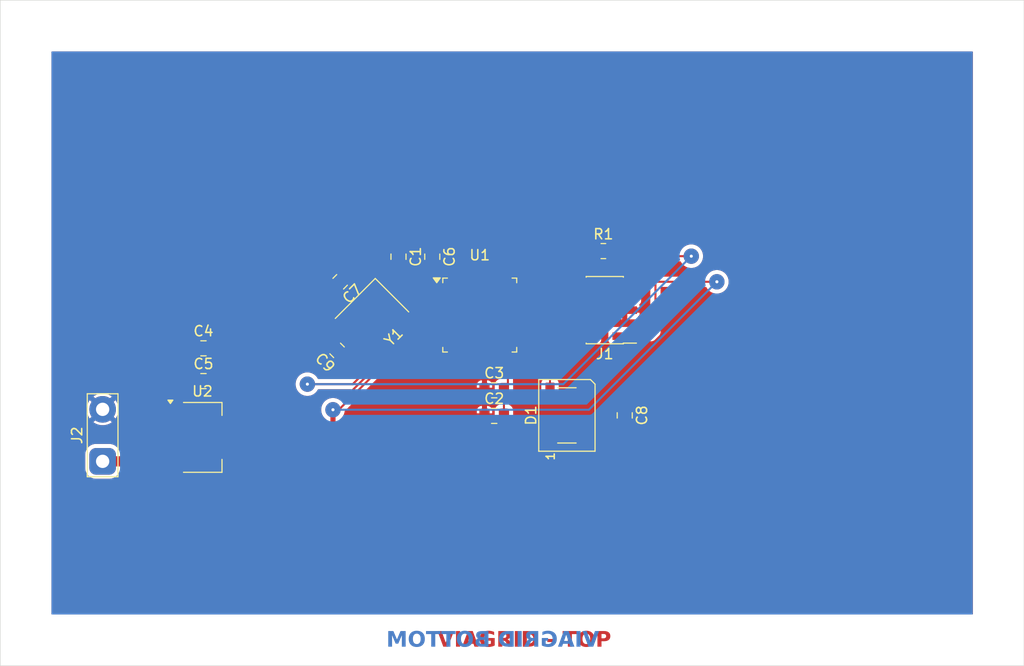
<source format=kicad_pcb>
(kicad_pcb (version 20241229) (generator "pcbnew") (generator_version "9.0")
  (layers (0 "F.Cu" signal) (2 "B.Cu" signal) (13 "F.Paste" user) (15 "B.Paste" user) (5 "F.SilkS" user "F.Silkscreen") (7 "B.SilkS" user "B.Silkscreen") (1 "F.Mask" user) (3 "B.Mask" user) (25 "Edge.Cuts" user))
  (net 0 "")
  (net 1 "GND")
  (net 2 "+3V3")
  (net 3 "OSC_IN")
  (net 4 "+5V")
  (net 5 "OSC_OUT")
  (net 6 "DATA")
  (net 8 "RESET")
  (net 10 "SWCLK")
  (net 11 "SWDIO")
  (net 12 "PEEL1")
  (net 14 "MOTOR_ENABLE")
  (net 16 "MCU_TX")
  (net 18 "~{RE}")
  (net 19 "SW2")
  (net 20 "BOOT0")
  (net 21 "DRIVE_QUAD_A")
  (net 26 "MCU_RX")
  (net 27 "PA1")
  (net 28 "PA0")
  (net 29 "PA3")
  (net 31 "LED_R")
  (net 34 "DRIVE1")
  (net 35 "DRIVE_QUAD_B")
  (net 36 "PEEL2")
  (net 37 "SW1")
  (net 39 "LED_G")
  (net 41 "DE")
  (net 44 "DRIVE2")
  (net 46 "LED_B")
  (footprint "Resistor_SMD:R_0805_2012Metric" (layer "F.Cu") (at 58.9125 -40.5)
    (property "Reference" "R1" (at 0 -1.65 0) (layer "F.SilkS"))
    (property "Value" "10K")
    (fp_line (start -0.227064 -0.735) (end 0.227064 -0.735) (stroke (width 0.12)) (layer "F.SilkS"))
    (fp_line (start -0.227064 0.735) (end 0.227064 0.735) (stroke (width 0.12)) (layer "F.SilkS"))
    (pad "1" smd roundrect (at -0.9125 0) (size 1.025 1.4) (layers "F.Cu" "F.Mask" "F.Paste") (roundrect_rratio 0.243902) (net 8 "RESET"))
    (pad "2" smd roundrect (at 0.9125 0) (size 1.025 1.4) (layers "F.Cu" "F.Mask" "F.Paste") (roundrect_rratio 0.243902) (net 2 "+3V3"))
  )
  (footprint "Connector_PinHeader_1.27mm:PinHeader_2x05_P1.27mm_Vertical_SMD" (layer "F.Cu") (at 59.05 -34.73 180)
    (property "Reference" "J1" (at 0 -4.285001 0) (layer "F.SilkS"))
    (property "Value" "SWD_10")
    (fp_line (start 1.815 3.22) (end 1.815 3.285) (stroke (width 0.12)) (layer "F.SilkS"))
    (fp_line (start 1.815 -3.285) (end 1.815 -3.22) (stroke (width 0.12)) (layer "F.SilkS"))
    (fp_line (start -1.815 3.285) (end 1.815 3.285) (stroke (width 0.12)) (layer "F.SilkS"))
    (fp_line (start -1.815 3.22) (end -1.815 3.285) (stroke (width 0.12)) (layer "F.SilkS"))
    (fp_line (start -1.815 -3.285) (end 1.815 -3.285) (stroke (width 0.12)) (layer "F.SilkS"))
    (fp_line (start -1.815 -3.285) (end -1.815 -3.22) (stroke (width 0.12)) (layer "F.SilkS"))
    (fp_line (start -3.09 -3.22) (end -1.815 -3.22) (stroke (width 0.12)) (layer "F.SilkS"))
    (pad "1" smd rect (at -1.95 -2.54 180) (size 2.4 0.74) (layers "F.Cu" "F.Mask" "F.Paste") (net 2 "+3V3"))
    (pad "2" smd rect (at 1.95 -2.54 180) (size 2.4 0.74) (layers "F.Cu" "F.Mask" "F.Paste") (net 11 "SWDIO"))
    (pad "3" smd rect (at -1.95 -1.27 180) (size 2.4 0.74) (layers "F.Cu" "F.Mask" "F.Paste") (net 1 "GND"))
    (pad "4" smd rect (at 1.95 -1.27 180) (size 2.4 0.74) (layers "F.Cu" "F.Mask" "F.Paste") (net 10 "SWCLK"))
    (pad "5" smd rect (at -1.95 0 180) (size 2.4 0.74) (layers "F.Cu" "F.Mask" "F.Paste") (net 1 "GND"))
    (pad "6" smd rect (at 1.95 0 180) (size 2.4 0.74) (layers "F.Cu" "F.Mask" "F.Paste") (net 1 "GND"))
    (pad "7" smd rect (at -1.95 1.27 180) (size 2.4 0.74) (layers "F.Cu" "F.Mask" "F.Paste"))
    (pad "8" smd rect (at 1.95 1.27 180) (size 2.4 0.74) (layers "F.Cu" "F.Mask" "F.Paste") (net 1 "GND"))
    (pad "9" smd rect (at -1.95 2.54 180) (size 2.4 0.74) (layers "F.Cu" "F.Mask" "F.Paste") (net 1 "GND"))
    (pad "10" smd rect (at 1.95 2.54 180) (size 2.4 0.74) (layers "F.Cu" "F.Mask" "F.Paste") (net 8 "RESET"))
  )
  (footprint "Capacitor_SMD:C_0805_2012Metric" (layer "F.Cu") (at 33.2 -37.5 -135)
    (property "Reference" "C7" (at 0 -1.679999 45) (layer "F.SilkS"))
    (property "Value" "15p")
    (fp_line (start -0.261253 0.735) (end 0.261253 0.735) (stroke (width 0.12)) (layer "F.SilkS"))
    (fp_line (start -0.261253 -0.735) (end 0.261253 -0.735) (stroke (width 0.12)) (layer "F.SilkS"))
    (pad "1" smd roundrect (at -0.949999 0 225) (size 1 1.45) (layers "F.Cu" "F.Mask" "F.Paste") (net 3 "OSC_IN"))
    (pad "2" smd roundrect (at 0.949999 0 225) (size 1 1.45) (layers "F.Cu" "F.Mask" "F.Paste") (net 1 "GND"))
  )
  (footprint "Capacitor_SMD:C_0805_2012Metric" (layer "F.Cu") (at 48.25 -26.9)
    (property "Reference" "C3" (at 0 -1.68 0) (layer "F.SilkS"))
    (property "Value" "100n")
    (fp_line (start -0.261252 -0.735) (end 0.261252 -0.735) (stroke (width 0.12)) (layer "F.SilkS"))
    (fp_line (start -0.261252 0.735) (end 0.261252 0.735) (stroke (width 0.12)) (layer "F.SilkS"))
    (pad "1" smd roundrect (at -0.95 0) (size 1 1.45) (layers "F.Cu" "F.Mask" "F.Paste") (net 1 "GND"))
    (pad "2" smd roundrect (at 0.95 0) (size 1 1.45) (layers "F.Cu" "F.Mask" "F.Paste") (net 2 "+3V3"))
  )
  (footprint "Capacitor_SMD:C_0805_2012Metric" (layer "F.Cu") (at 19.85 -27.8)
    (property "Reference" "C5" (at 0 -1.68 0) (layer "F.SilkS"))
    (property "Value" "4.7uF")
    (fp_line (start -0.261252 -0.735) (end 0.261252 -0.735) (stroke (width 0.12)) (layer "F.SilkS"))
    (fp_line (start -0.261252 0.735) (end 0.261252 0.735) (stroke (width 0.12)) (layer "F.SilkS"))
    (pad "1" smd roundrect (at -0.95 0) (size 1 1.45) (layers "F.Cu" "F.Mask" "F.Paste") (net 1 "GND"))
    (pad "2" smd roundrect (at 0.95 0) (size 1 1.45) (layers "F.Cu" "F.Mask" "F.Paste") (net 2 "+3V3"))
  )
  (footprint "Crystal:Crystal_SMD_3225-4Pin_3.2x2.5mm_HandSoldering" (layer "F.Cu") (at 36.312132 -34.238478 -135)
    (property "Reference" "Y1" (at 0 -3 45) (layer "F.SilkS"))
    (property "Value" "8MHz")
    (fp_line (start -2.76 2.31) (end 2.76 2.31) (stroke (width 0.12)) (layer "F.SilkS"))
    (fp_line (start -2.76 -2.31) (end -2.76 2.31) (stroke (width 0.12)) (layer "F.SilkS"))
    (pad "1" smd roundrect (at -1.45 1.15 225) (size 2.1 1.8) (layers "F.Cu" "F.Mask" "F.Paste") (roundrect_rratio 0.138889) (net 3 "OSC_IN"))
    (pad "2" smd roundrect (at 1.45 1.15 225) (size 2.1 1.8) (layers "F.Cu" "F.Mask" "F.Paste") (roundrect_rratio 0.138889) (net 1 "GND"))
    (pad "3" smd roundrect (at 1.45 -1.15 225) (size 2.1 1.8) (layers "F.Cu" "F.Mask" "F.Paste") (roundrect_rratio 0.138889) (net 5 "OSC_OUT"))
    (pad "4" smd roundrect (at -1.45 -1.15 225) (size 2.1 1.8) (layers "F.Cu" "F.Mask" "F.Paste") (roundrect_rratio 0.138889) (net 1 "GND"))
  )
  (footprint "Capacitor_SMD:C_0805_2012Metric" (layer "F.Cu") (at 42.2 -39.950001 -90)
    (property "Reference" "C6" (at 0 -1.679999 90) (layer "F.SilkS"))
    (property "Value" "4.7uF")
    (fp_line (start -0.261253 0.735) (end 0.261253 0.735) (stroke (width 0.12)) (layer "F.SilkS"))
    (fp_line (start -0.261253 -0.735) (end 0.261253 -0.735) (stroke (width 0.12)) (layer "F.SilkS"))
    (pad "1" smd roundrect (at -0.949999 0 270) (size 1 1.45) (layers "F.Cu" "F.Mask" "F.Paste") (net 1 "GND"))
    (pad "2" smd roundrect (at 0.949999 0 270) (size 1 1.45) (layers "F.Cu" "F.Mask" "F.Paste") (net 2 "+3V3"))
  )
  (footprint "TestPoint:TestPoint_2Pads_Pitch5.08mm_Drill1.3mm" (layer "F.Cu") (at 10 -19.96 90)
    (property "Reference" "J2" (at 2.54 -2.5 90) (layer "F.SilkS"))
    (property "Value" "PWR")
    (fp_line (start -1.5 -1.5) (end 6.6 -1.5) (stroke (width 0.12)) (layer "F.SilkS"))
    (fp_line (start -1.5 -1.5) (end -1.5 1.5) (stroke (width 0.12)) (layer "F.SilkS"))
    (fp_line (start 6.6 1.5) (end 6.6 -1.5) (stroke (width 0.12)) (layer "F.SilkS"))
    (fp_line (start 6.6 1.5) (end -1.5 1.5) (stroke (width 0.12)) (layer "F.SilkS"))
    (pad "1" thru_hole roundrect (at 0 0 90) (size 2.6 2.6) (drill 1.3) (layers "*.Cu" "*.Mask") (net 4 "+5V"))
    (pad "2" thru_hole circle (at 5.079999 0 90) (size 2.6 2.6) (drill 1.3) (layers "*.Cu" "*.Mask") (net 1 "GND"))
  )
  (footprint "Capacitor_SMD:C_0805_2012Metric" (layer "F.Cu") (at 19.85 -31)
    (property "Reference" "C4" (at 0 -1.68 0) (layer "F.SilkS"))
    (property "Value" "100n")
    (fp_line (start -0.261252 -0.735) (end 0.261252 -0.735) (stroke (width 0.12)) (layer "F.SilkS"))
    (fp_line (start -0.261252 0.735) (end 0.261252 0.735) (stroke (width 0.12)) (layer "F.SilkS"))
    (pad "1" smd roundrect (at -0.95 0) (size 1 1.45) (layers "F.Cu" "F.Mask" "F.Paste") (net 1 "GND"))
    (pad "2" smd roundrect (at 0.95 0) (size 1 1.45) (layers "F.Cu" "F.Mask" "F.Paste") (net 2 "+3V3"))
  )
  (footprint "Capacitor_SMD:C_0805_2012Metric" (layer "F.Cu") (at 32.9 -30.8 135)
    (property "Reference" "C9" (at 0 -1.679999 135) (layer "F.SilkS"))
    (property "Value" "15p")
    (fp_line (start -0.261253 -0.735) (end 0.261253 -0.735) (stroke (width 0.12)) (layer "F.SilkS"))
    (fp_line (start -0.261253 0.735) (end 0.261253 0.735) (stroke (width 0.12)) (layer "F.SilkS"))
    (pad "1" smd roundrect (at -0.949999 0 135) (size 1 1.45) (layers "F.Cu" "F.Mask" "F.Paste") (net 5 "OSC_OUT"))
    (pad "2" smd roundrect (at 0.949999 0 135) (size 1 1.45) (layers "F.Cu" "F.Mask" "F.Paste") (net 1 "GND"))
  )
  (footprint "Capacitor_SMD:C_0805_2012Metric" (layer "F.Cu") (at 48.25 -24.4)
    (property "Reference" "C2" (at 0 -1.68 0) (layer "F.SilkS"))
    (property "Value" "100n")
    (fp_line (start -0.261252 -0.735) (end 0.261252 -0.735) (stroke (width 0.12)) (layer "F.SilkS"))
    (fp_line (start -0.261252 0.735) (end 0.261252 0.735) (stroke (width 0.12)) (layer "F.SilkS"))
    (pad "1" smd roundrect (at -0.95 0) (size 1 1.45) (layers "F.Cu" "F.Mask" "F.Paste") (net 1 "GND"))
    (pad "2" smd roundrect (at 0.95 0) (size 1 1.45) (layers "F.Cu" "F.Mask" "F.Paste") (net 2 "+3V3"))
  )
  (footprint "Capacitor_SMD:C_0805_2012Metric" (layer "F.Cu") (at 38.9 -39.950001 -90)
    (property "Reference" "C1" (at 0 -1.679999 90) (layer "F.SilkS"))
    (property "Value" "100n")
    (fp_line (start -0.261253 0.735) (end 0.261253 0.735) (stroke (width 0.12)) (layer "F.SilkS"))
    (fp_line (start -0.261253 -0.735) (end 0.261253 -0.735) (stroke (width 0.12)) (layer "F.SilkS"))
    (pad "1" smd roundrect (at -0.949999 0 270) (size 1 1.45) (layers "F.Cu" "F.Mask" "F.Paste") (net 1 "GND"))
    (pad "2" smd roundrect (at 0.949999 0 270) (size 1 1.45) (layers "F.Cu" "F.Mask" "F.Paste") (net 2 "+3V3"))
  )
  (footprint "Capacitor_SMD:C_0805_2012Metric" (layer "F.Cu") (at 61 -24.449999 -90)
    (property "Reference" "C8" (at 0 -1.679999 90) (layer "F.SilkS"))
    (property "Value" "4.7uF")
    (fp_line (start -0.261253 0.735) (end 0.261253 0.735) (stroke (width 0.12)) (layer "F.SilkS"))
    (fp_line (start -0.261253 -0.735) (end 0.261253 -0.735) (stroke (width 0.12)) (layer "F.SilkS"))
    (pad "1" smd roundrect (at -0.949999 0 270) (size 1 1.45) (layers "F.Cu" "F.Mask" "F.Paste") (net 1 "GND"))
    (pad "2" smd roundrect (at 0.949999 0 270) (size 1 1.45) (layers "F.Cu" "F.Mask" "F.Paste") (net 4 "+5V"))
  )
  (footprint "Package_TO_SOT_SMD:SOT-223-3_TabPin2" (layer "F.Cu") (at 19.75 -22.3)
    (property "Reference" "U2" (at 0 -4.5 0) (layer "F.SilkS"))
    (property "Value" "AZ1117-3.3")
    (fp_line (start -1.85 -3.41) (end 1.91 -3.41) (stroke (width 0.12)) (layer "F.SilkS"))
    (fp_line (start -1.85 3.41) (end 1.91 3.41) (stroke (width 0.12)) (layer "F.SilkS"))
    (fp_line (start 1.91 -3.41) (end 1.91 -2.15) (stroke (width 0.12)) (layer "F.SilkS"))
    (fp_line (start 1.91 3.41) (end 1.91 2.15) (stroke (width 0.12)) (layer "F.SilkS"))
    (fp_poly (pts (xy -3.13 -3.31) (xy -3.37 -3.64) (xy -2.89 -3.64) (xy -3.13 -3.31)) (stroke (width 0.12)) (fill yes) (layer "F.SilkS"))
    (pad "1" smd roundrect (at -3.15 -2.3) (size 2 1.5) (layers "F.Cu" "F.Mask" "F.Paste") (net 1 "GND"))
    (pad "2" smd roundrect (at -3.15 0) (size 2 1.5) (layers "F.Cu" "F.Mask" "F.Paste") (net 2 "+3V3"))
    (pad "2" smd roundrect (at 3.15 0) (size 2 3.8) (layers "F.Cu" "F.Mask" "F.Paste") (net 2 "+3V3"))
    (pad "3" smd roundrect (at -3.15 2.3) (size 2 1.5) (layers "F.Cu" "F.Mask" "F.Paste") (net 4 "+5V"))
  )
  (footprint "LED_SMD:LED_WS2812B_PLCC4_5.0x5.0mm_P3.2mm" (layer "F.Cu") (at 55.35 -24.45 90)
    (property "Reference" "D1" (at 0 -3.5 90) (layer "F.SilkS"))
    (property "Value" "WS2812B")
    (fp_line (start -3.5 -2.75) (end 3.5 -2.75) (stroke (width 0.12)) (layer "F.SilkS"))
    (fp_line (start -3.5 -2.75) (end -3.5 2.75) (stroke (width 0.12)) (layer "F.SilkS"))
    (fp_line (start 2.7 0.9) (end 2.7 -0.9) (stroke (width 0.12)) (layer "F.SilkS"))
    (fp_line (start -2.7 0.9) (end -2.7 -0.9) (stroke (width 0.12)) (layer "F.SilkS"))
    (fp_line (start 3.5 2.3) (end 3.5 -2.75) (stroke (width 0.12)) (layer "F.SilkS"))
    (fp_line (start 3.05 2.75) (end 3.5 2.3) (stroke (width 0.12)) (layer "F.SilkS"))
    (fp_line (start -3.5 2.75) (end 3.05 2.75) (stroke (width 0.12)) (layer "F.SilkS"))
    (fp_text user "1" (at -4 -1.6 90) (layer "F.SilkS") (effects (font (size 0.8 0.8))))
    (pad "1" smd roundrect (at -2.45 -1.65 90) (size 1.5 0.9) (layers "F.Cu" "F.Mask" "F.Paste") (roundrect_rratio 0.1) (net 4 "+5V"))
    (pad "2" smd roundrect (at -2.45 1.65 90) (size 1.5 0.9) (layers "F.Cu" "F.Mask" "F.Paste") (roundrect_rratio 0.1))
    (pad "3" smd roundrect (at 2.45 1.65 90) (size 1.5 0.9) (layers "F.Cu" "F.Mask" "F.Paste") (roundrect_rratio 0.1) (net 1 "GND"))
    (pad "4" smd roundrect (at 2.45 -1.65 90) (size 1.5 0.9) (layers "F.Cu" "F.Mask" "F.Paste") (roundrect_rratio 0.1) (net 6 "DATA"))
  )
  (footprint "Package_QFP:LQFP-48_7x7mm_P0.5mm" (layer "F.Cu") (at 46.8375 -34.25)
    (property "Reference" "U1" (at 0 -5.85 0) (layer "F.SilkS"))
    (property "Value" "STM32F031C6Tx")
    (fp_line (start -3.61 -3.61) (end -3.61 -3.16) (stroke (width 0.12)) (layer "F.SilkS"))
    (fp_line (start -3.61 3.61) (end -3.61 3.16) (stroke (width 0.12)) (layer "F.SilkS"))
    (fp_line (start -3.16 -3.61) (end -3.61 -3.61) (stroke (width 0.12)) (layer "F.SilkS"))
    (fp_line (start -3.16 3.61) (end -3.61 3.61) (stroke (width 0.12)) (layer "F.SilkS"))
    (fp_line (start 3.16 -3.61) (end 3.61 -3.61) (stroke (width 0.12)) (layer "F.SilkS"))
    (fp_line (start 3.16 3.61) (end 3.61 3.61) (stroke (width 0.12)) (layer "F.SilkS"))
    (fp_line (start 3.61 -3.61) (end 3.61 -3.16) (stroke (width 0.12)) (layer "F.SilkS"))
    (fp_line (start 3.61 3.61) (end 3.61 3.16) (stroke (width 0.12)) (layer "F.SilkS"))
    (fp_poly (pts (xy -4.2 -3.16) (xy -4.54 -3.63) (xy -3.86 -3.63)) (stroke (width 0.12)) (fill yes) (layer "F.SilkS"))
    (pad "1" smd roundrect (at -4.1625 -2.75) (size 1.475 0.3) (layers "F.Cu" "F.Mask" "F.Paste") (net 2 "+3V3"))
    (pad "2" smd roundrect (at -4.1625 -2.25) (size 1.475 0.3) (layers "F.Cu" "F.Mask" "F.Paste"))
    (pad "3" smd roundrect (at -4.1625 -1.75) (size 1.475 0.3) (layers "F.Cu" "F.Mask" "F.Paste"))
    (pad "4" smd roundrect (at -4.1625 -1.25) (size 1.475 0.3) (layers "F.Cu" "F.Mask" "F.Paste"))
    (pad "5" smd roundrect (at -4.1625 -0.75) (size 1.475 0.3) (layers "F.Cu" "F.Mask" "F.Paste") (net 3 "OSC_IN"))
    (pad "6" smd roundrect (at -4.1625 -0.25) (size 1.475 0.3) (layers "F.Cu" "F.Mask" "F.Paste") (net 5 "OSC_OUT"))
    (pad "7" smd roundrect (at -4.1625 0.25) (size 1.475 0.3) (layers "F.Cu" "F.Mask" "F.Paste") (net 8 "RESET"))
    (pad "8" smd roundrect (at -4.1625 0.75) (size 1.475 0.3) (layers "F.Cu" "F.Mask" "F.Paste") (net 1 "GND"))
    (pad "9" smd roundrect (at -4.1625 1.25) (size 1.475 0.3) (layers "F.Cu" "F.Mask" "F.Paste") (net 2 "+3V3"))
    (pad "10" smd roundrect (at -4.1625 1.75) (size 1.475 0.3) (layers "F.Cu" "F.Mask" "F.Paste") (net 28 "PA0"))
    (pad "11" smd roundrect (at -4.1625 2.25) (size 1.475 0.3) (layers "F.Cu" "F.Mask" "F.Paste") (net 27 "PA1"))
    (pad "12" smd roundrect (at -4.1625 2.75) (size 1.475 0.3) (layers "F.Cu" "F.Mask" "F.Paste") (net 14 "MOTOR_ENABLE"))
    (pad "13" smd roundrect (at -2.75 4.1625) (size 0.3 1.475) (layers "F.Cu" "F.Mask" "F.Paste") (net 29 "PA3"))
    (pad "14" smd roundrect (at -2.25 4.1625) (size 0.3 1.475) (layers "F.Cu" "F.Mask" "F.Paste") (net 46 "LED_B"))
    (pad "15" smd roundrect (at -1.75 4.1625) (size 0.3 1.475) (layers "F.Cu" "F.Mask" "F.Paste"))
    (pad "16" smd roundrect (at -1.25 4.1625) (size 0.3 1.475) (layers "F.Cu" "F.Mask" "F.Paste") (net 39 "LED_G"))
    (pad "17" smd roundrect (at -0.75 4.1625) (size 0.3 1.475) (layers "F.Cu" "F.Mask" "F.Paste") (net 31 "LED_R"))
    (pad "18" smd roundrect (at -0.25 4.1625) (size 0.3 1.475) (layers "F.Cu" "F.Mask" "F.Paste") (net 19 "SW2"))
    (pad "19" smd roundrect (at 0.25 4.1625) (size 0.3 1.475) (layers "F.Cu" "F.Mask" "F.Paste") (net 37 "SW1"))
    (pad "20" smd roundrect (at 0.75 4.1625) (size 0.3 1.475) (layers "F.Cu" "F.Mask" "F.Paste"))
    (pad "21" smd roundrect (at 1.25 4.1625) (size 0.3 1.475) (layers "F.Cu" "F.Mask" "F.Paste"))
    (pad "22" smd roundrect (at 1.75 4.1625) (size 0.3 1.475) (layers "F.Cu" "F.Mask" "F.Paste"))
    (pad "23" smd roundrect (at 2.25 4.1625) (size 0.3 1.475) (layers "F.Cu" "F.Mask" "F.Paste") (net 1 "GND"))
    (pad "24" smd roundrect (at 2.75 4.1625) (size 0.3 1.475) (layers "F.Cu" "F.Mask" "F.Paste") (net 2 "+3V3"))
    (pad "25" smd roundrect (at 4.1625 2.75) (size 1.475 0.3) (layers "F.Cu" "F.Mask" "F.Paste"))
    (pad "26" smd roundrect (at 4.1625 2.25) (size 1.475 0.3) (layers "F.Cu" "F.Mask" "F.Paste"))
    (pad "27" smd roundrect (at 4.1625 1.75) (size 1.475 0.3) (layers "F.Cu" "F.Mask" "F.Paste"))
    (pad "28" smd roundrect (at 4.1625 1.25) (size 1.475 0.3) (layers "F.Cu" "F.Mask" "F.Paste"))
    (pad "29" smd roundrect (at 4.1625 0.75) (size 1.475 0.3) (layers "F.Cu" "F.Mask" "F.Paste") (net 6 "DATA"))
    (pad "30" smd roundrect (at 4.1625 0.25) (size 1.475 0.3) (layers "F.Cu" "F.Mask" "F.Paste") (net 16 "MCU_TX"))
    (pad "31" smd roundrect (at 4.1625 -0.25) (size 1.475 0.3) (layers "F.Cu" "F.Mask" "F.Paste") (net 26 "MCU_RX"))
    (pad "32" smd roundrect (at 4.1625 -0.75) (size 1.475 0.3) (layers "F.Cu" "F.Mask" "F.Paste") (net 18 "~{RE}"))
    (pad "33" smd roundrect (at 4.1625 -1.25) (size 1.475 0.3) (layers "F.Cu" "F.Mask" "F.Paste") (net 41 "DE"))
    (pad "34" smd roundrect (at 4.1625 -1.75) (size 1.475 0.3) (layers "F.Cu" "F.Mask" "F.Paste") (net 11 "SWDIO"))
    (pad "35" smd roundrect (at 4.1625 -2.25) (size 1.475 0.3) (layers "F.Cu" "F.Mask" "F.Paste"))
    (pad "36" smd roundrect (at 4.1625 -2.75) (size 1.475 0.3) (layers "F.Cu" "F.Mask" "F.Paste"))
    (pad "37" smd roundrect (at 2.75 -4.1625) (size 0.3 1.475) (layers "F.Cu" "F.Mask" "F.Paste") (net 10 "SWCLK"))
    (pad "38" smd roundrect (at 2.25 -4.1625) (size 0.3 1.475) (layers "F.Cu" "F.Mask" "F.Paste") (net 36 "PEEL2"))
    (pad "39" smd roundrect (at 1.75 -4.1625) (size 0.3 1.475) (layers "F.Cu" "F.Mask" "F.Paste") (net 12 "PEEL1"))
    (pad "40" smd roundrect (at 1.25 -4.1625) (size 0.3 1.475) (layers "F.Cu" "F.Mask" "F.Paste") (net 34 "DRIVE1"))
    (pad "41" smd roundrect (at 0.75 -4.1625) (size 0.3 1.475) (layers "F.Cu" "F.Mask" "F.Paste") (net 44 "DRIVE2"))
    (pad "42" smd roundrect (at 0.25 -4.1625) (size 0.3 1.475) (layers "F.Cu" "F.Mask" "F.Paste") (net 21 "DRIVE_QUAD_A"))
    (pad "43" smd roundrect (at -0.25 -4.1625) (size 0.3 1.475) (layers "F.Cu" "F.Mask" "F.Paste") (net 35 "DRIVE_QUAD_B"))
    (pad "44" smd roundrect (at -0.75 -4.1625) (size 0.3 1.475) (layers "F.Cu" "F.Mask" "F.Paste") (net 20 "BOOT0"))
    (pad "45" smd roundrect (at -1.25 -4.1625) (size 0.3 1.475) (layers "F.Cu" "F.Mask" "F.Paste"))
    (pad "46" smd roundrect (at -1.75 -4.1625) (size 0.3 1.475) (layers "F.Cu" "F.Mask" "F.Paste"))
    (pad "47" smd roundrect (at -2.25 -4.1625) (size 0.3 1.475) (layers "F.Cu" "F.Mask" "F.Paste") (net 1 "GND"))
    (pad "48" smd roundrect (at -2.75 -4.1625) (size 0.3 1.475) (layers "F.Cu" "F.Mask" "F.Paste") (net 2 "+3V3"))
  )
  (gr_rect (start 0 -65) (end 100 0) (stroke (width 0.05)) (fill no) (layer "Edge.Cuts"))
  (gr_text "VIAGRID - TOP" (at 42.7 -1.6 0) (layer "F.Cu") (effects (font (size 1.5 1.5) (thickness 0.125) (bold yes)) (justify left bottom)))
  (gr_text "VIAGRID BOTTOM" (at 58.5 -1.6 0) (layer "B.Cu") (effects (font (size 1.5 1.5) (thickness 0.125) (bold yes)) (justify left bottom mirror)))
  (segment (start 32.5 -26.75) (end 32.25 -26.5) (width 0.2) (layer "F.Cu") (net 1))
  (segment (start 41 -33.5) (end 34.25 -26.75) (width 0.2) (layer "F.Cu") (net 1))
  (segment (start 44.5875 -38.4125) (end 44.5875 -39.8375) (width 0.2) (layer "F.Cu") (net 1))
  (segment (start 34.747308 -34.3) (end 34.473654 -34.026346) (width 0.2) (layer "F.Cu") (net 1))
  (segment (start 38.15061 -34.45061) (end 38 -34.3) (width 0.2) (layer "F.Cu") (net 1))
  (segment (start 34.25 -26.75) (end 32.5 -26.75) (width 0.2) (layer "F.Cu") (net 1))
  (segment (start 38 -34.3) (end 34.747308 -34.3) (width 0.2) (layer "F.Cu") (net 1))
  (segment (start 42.675 -33.5) (end 41 -33.5) (width 0.2) (layer "F.Cu") (net 1))
  (segment (start 44.0875 -38.4125) (end 43.037501 -38.4125) (width 0.2) (layer "F.Cu") (net 2))
  (segment (start 32.5 -25) (end 32.5 -22) (width 0.5) (layer "F.Cu") (net 2))
  (segment (start 44.0875 -33.641176) (end 44.0875 -37) (width 0.2) (layer "F.Cu") (net 2))
  (segment (start 49.5875 -27.2875) (end 49.2 -26.9) (width 0.2) (layer "F.Cu") (net 2))
  (segment (start 64 -37.5) (end 64 -38.8) (width 0.2) (layer "F.Cu") (net 2))
  (segment (start 42.449999 -39.000002) (end 42.2 -39.000002) (width 0.2) (layer "F.Cu") (net 2))
  (segment (start 33.0671 -25) (end 32.5 -25) (width 0.2) (layer "F.Cu") (net 2))
  (segment (start 16.6 -22.3) (end 22.9 -22.3) (width 1) (layer "F.Cu") (net 2))
  (segment (start 20.8 -31) (end 20.8 -27.8) (width 0.5) (layer "F.Cu") (net 2))
  (segment (start 44.0875 -37) (end 44.0875 -38.4125) (width 0.2) (layer "F.Cu") (net 2))
  (segment (start 32.5 -22) (end 31.3 -20.8) (width 0.5) (layer "F.Cu") (net 2))
  (segment (start 31.3 -20.8) (end 23.4 -20.8) (width 0.5) (layer "F.Cu") (net 2))
  (segment (start 61 -32.19) (end 63.59 -32.19) (width 0.2) (layer "F.Cu") (net 2))
  (segment (start 22.9 -27.1) (end 22.9 -22.3) (width 0.5) (layer "F.Cu") (net 2))
  (segment (start 23.4 -21.8) (end 22.9 -22.3) (width 0.5) (layer "F.Cu") (net 2))
  (segment (start 62.3 -40.5) (end 59.825 -40.5) (width 0.2) (layer "F.Cu") (net 2))
  (segment (start 49.2 -24.4) (end 49.2 -26.9) (width 0.2) (layer "F.Cu") (net 2))
  (segment (start 42.675 -33) (end 43.8 -33) (width 0.2) (layer "F.Cu") (net 2))
  (segment (start 70 -37.5) (end 64 -37.5) (width 0.2) (layer "F.Cu") (net 2))
  (segment (start 49.5875 -31.7125) (end 47.658824 -33.641176) (width 0.2) (layer "F.Cu") (net 2))
  (segment (start 42.675 -33) (end 41.0671 -33) (width 0.2) (layer "F.Cu") (net 2))
  (segment (start 64 -38.8) (end 62.3 -40.5) (width 0.2) (layer "F.Cu") (net 2))
  (segment (start 22.2 -27.8) (end 22.9 -27.1) (width 0.5) (layer "F.Cu") (net 2))
  (segment (start 44.0875 -33.2875) (end 44.0875 -33.641176) (width 0.2) (layer "F.Cu") (net 2))
  (segment (start 49.5875 -30.0875) (end 49.5875 -31.7125) (width 0.2) (layer "F.Cu") (net 2))
  (segment (start 23.4 -20.8) (end 23.4 -21.8) (width 0.5) (layer "F.Cu") (net 2))
  (segment (start 64 -32.6) (end 64 -37.5) (width 0.2) (layer "F.Cu") (net 2))
  (segment (start 47.658824 -33.641176) (end 44.0875 -33.641176) (width 0.2) (layer "F.Cu") (net 2))
  (segment (start 43.037501 -38.4125) (end 42.449999 -39.000002) (width 0.2) (layer "F.Cu") (net 2))
  (segment (start 42.675 -37) (end 44.0875 -37) (width 0.2) (layer "F.Cu") (net 2))
  (segment (start 43.8 -33) (end 44.0875 -33.2875) (width 0.2) (layer "F.Cu") (net 2))
  (segment (start 63.59 -32.19) (end 64 -32.6) (width 0.2) (layer "F.Cu") (net 2))
  (segment (start 41.0671 -33) (end 33.0671 -25) (width 0.2) (layer "F.Cu") (net 2))
  (segment (start 20.8 -27.8) (end 22.2 -27.8) (width 0.5) (layer "F.Cu") (net 2))
  (segment (start 38.9 -39.000002) (end 42.2 -39.000002) (width 0.2) (layer "F.Cu") (net 2))
  (segment (start 49.5875 -30.0875) (end 49.5875 -27.2875) (width 0.2) (layer "F.Cu") (net 2))
  (via (at 70 -37.5) (size 1.5) (drill 0.3) (layers "F.Cu" "B.Cu") (net 2))
  (via (at 32.5 -25) (size 1.5) (drill 0.3) (layers "F.Cu" "B.Cu") (net 2))
  (segment (start 32.5 -25) (end 57.5 -25) (width 0.2) (layer "B.Cu") (net 2))
  (segment (start 57.5 -25) (end 70 -37.5) (width 0.2) (layer "B.Cu") (net 2))
  (segment (start 42.675 -35) (end 41 -35) (width 0.2) (layer "F.Cu") (net 3))
  (segment (start 41 -35) (end 39.923044 -36.076956) (width 0.2) (layer "F.Cu") (net 3))
  (segment (start 34.217156 -37.826346) (end 34.774874 -37.826346) (width 0.2) (layer "F.Cu") (net 3))
  (segment (start 39.923044 -36.076956) (end 36.524264 -36.076956) (width 0.2) (layer "F.Cu") (net 3))
  (segment (start 33.871751 -38.171751) (end 34.217156 -37.826346) (width 0.2) (layer "F.Cu") (net 3))
  (segment (start 34.774874 -37.826346) (end 36.524264 -36.076956) (width 0.2) (layer "F.Cu") (net 3))
  (segment (start 61 -23.5) (end 55.2 -23.5) (width 0.5) (layer "F.Cu") (net 4))
  (segment (start 16.16 -19.96) (end 16.2 -20) (width 1) (layer "F.Cu") (net 4))
  (segment (start 16.6 -20) (end 17.8 -18.8) (width 1) (layer "F.Cu") (net 4))
  (segment (start 55.2 -23.5) (end 53.7 -22) (width 0.5) (layer "F.Cu") (net 4))
  (segment (start 50.5 -18.8) (end 53.7 -22) (width 1) (layer "F.Cu") (net 4))
  (segment (start 10 -19.96) (end 16.16 -19.96) (width 1) (layer "F.Cu") (net 4))
  (segment (start 16.2 -20) (end 16.6 -20) (width 1) (layer "F.Cu") (net 4))
  (segment (start 17.8 -18.8) (end 50.5 -18.8) (width 1) (layer "F.Cu") (net 4))
  (segment (start 38.65 -32.4) (end 36.1 -32.4) (width 0.2) (layer "F.Cu") (net 5))
  (segment (start 40.75 -34.5) (end 38.65 -32.4) (width 0.2) (layer "F.Cu") (net 5))
  (segment (start 34.282844 -30.582844) (end 36.1 -32.4) (width 0.2) (layer "F.Cu") (net 5))
  (segment (start 34.026346 -30.582844) (end 34.282844 -30.582844) (width 0.2) (layer "F.Cu") (net 5))
  (segment (start 42.675 -34.5) (end 40.75 -34.5) (width 0.2) (layer "F.Cu") (net 5))
  (segment (start 33.571751 -30.128249) (end 34.026346 -30.582844) (width 0.2) (layer "F.Cu") (net 5))
  (segment (start 52.4 -33.5) (end 53.7 -32.2) (width 0.2) (layer "F.Cu") (net 6))
  (segment (start 53.7 -32.2) (end 53.7 -26.9) (width 0.2) (layer "F.Cu") (net 6))
  (segment (start 51 -33.5) (end 52.4 -33.5) (width 0.2) (layer "F.Cu") (net 6))
  (segment (start 62.9 -41.9) (end 58.4 -41.9) (width 0.2) (layer "F.Cu") (net 8))
  (segment (start 58 -37.27) (end 57.1 -37.27) (width 0.2) (layer "F.Cu") (net 8))
  (segment (start 34.4329 -27.5) (end 30 -27.5) (width 0.2) (layer "F.Cu") (net 8))
  (segment (start 58 -41.5) (end 58 -40.5) (width 0.2) (layer "F.Cu") (net 8))
  (segment (start 42.675 -34) (end 40.9329 -34) (width 0.2) (layer "F.Cu") (net 8))
  (segment (start 40.9329 -34) (end 34.4329 -27.5) (width 0.2) (layer "F.Cu") (net 8))
  (segment (start 64.8 -40) (end 62.9 -41.9) (width 0.2) (layer "F.Cu") (net 8))
  (segment (start 58.4 -41.9) (end 58 -41.5) (width 0.2) (layer "F.Cu") (net 8))
  (segment (start 58 -40.5) (end 58 -37.27) (width 0.2) (layer "F.Cu") (net 8))
  (segment (start 67.5 -40) (end 64.8 -40) (width 0.2) (layer "F.Cu") (net 8))
  (via (at 67.5 -40) (size 1.5) (drill 0.3) (layers "F.Cu" "B.Cu") (net 8))
  (via (at 30 -27.5) (size 1.5) (drill 0.3) (layers "F.Cu" "B.Cu") (net 8))
  (segment (start 30 -27.5) (end 55 -27.5) (width 0.2) (layer "B.Cu") (net 8))
  (segment (start 55 -27.5) (end 67.5 -40) (width 0.2) (layer "B.Cu") (net 8))
  (segment (start 51.2455 -38.4125) (end 56.198 -33.46) (width 0.2) (layer "F.Cu") (net 10))
  (segment (start 56.198 -33.46) (end 57.1 -33.46) (width 0.2) (layer "F.Cu") (net 10))
  (segment (start 49.5875 -38.4125) (end 51.2455 -38.4125) (width 0.2) (layer "F.Cu") (net 10))
  (segment (start 51 -36) (end 51.8 -36) (width 0.2) (layer "F.Cu") (net 11))
  (segment (start 55.61 -32.19) (end 57.1 -32.19) (width 0.2) (layer "F.Cu") (net 11))
  (segment (start 51.8 -36) (end 55.61 -32.19) (width 0.2) (layer "F.Cu") (net 11))
  (zone (net 1) (net_name "GND") (layers "F.Cu" "B.Cu") (connect_pads (clearance 0.4)) (min_thickness 0.1) (fill yes (thermal_gap 0.25) (thermal_bridge_width 0.5) (island_removal_mode 2) (island_area_min 10))
    (polygon (pts (xy 5 -5) (xy 95 -5) (xy 95 -60) (xy 5 -60)))
  )
)
</source>
